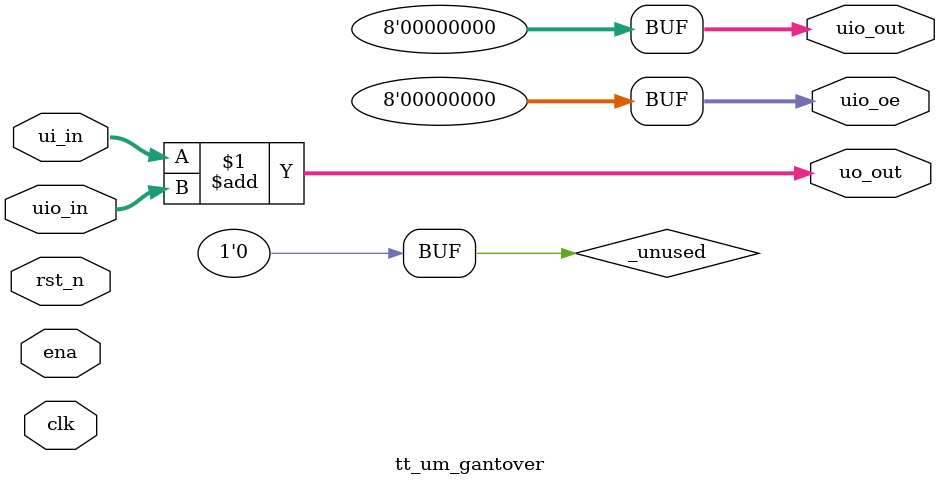
<source format=v>
/*
 * Copyright (c) 2024 Your Name
 * SPDX-License-Identifier: Apache-2.0
 */

`default_nettype none

module tt_um_gantover (
    input  wire [7:0] ui_in,    // Dedicated inputs
    output wire [7:0] uo_out,   // Dedicated outputs
    input  wire [7:0] uio_in,   // IOs: Input path
    output wire [7:0] uio_out,  // IOs: Output path
    output wire [7:0] uio_oe,   // IOs: Enable path (active high: 0=input, 1=output)
    input  wire       ena,      // always 1 when the design is powered, so you can ignore it
    input  wire       clk,      // clock
    input  wire       rst_n     // reset_n - low to reset
);

  // All output pins must be assigned. If not used, assign to 0.
  assign uo_out  = ui_in + uio_in;  // Example: ou_out is the sum of ui_in and uio_in
  assign uio_out = 0;
  assign uio_oe  = 0;

  // List all unused inputs to prevent warnings
  wire _unused = &{ena, clk, rst_n, 1'b0};

endmodule

</source>
